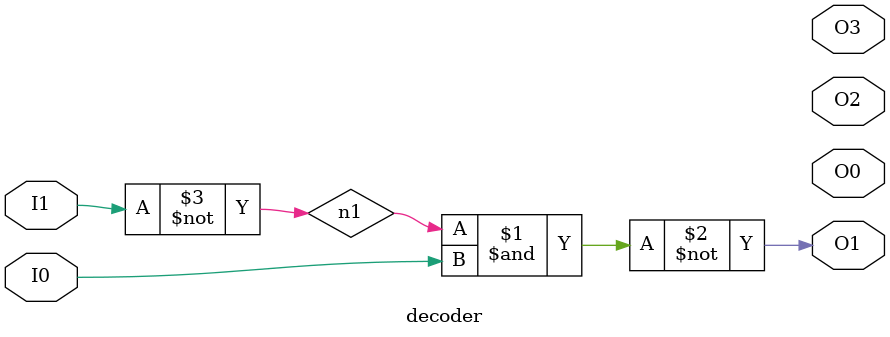
<source format=v>

module decoder(I1,I0,O3,O2,O1,O0);

// Input and output ports declaration
input  I1,I0;
output O3,O2,O1,O0;
 
// Circuit

//structural coding
wire n1;
not(n1,I1);


nand(O1, n1, I0);

/* write your code below  */



endmodule



</source>
